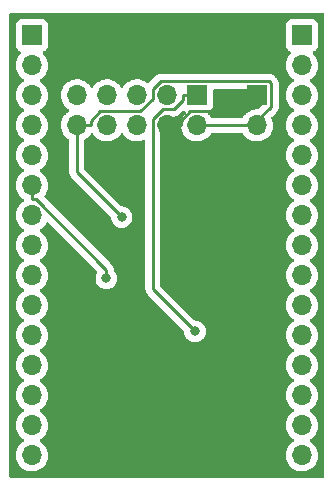
<source format=gbr>
%TF.GenerationSoftware,KiCad,Pcbnew,(6.0.6-0)*%
%TF.CreationDate,2022-10-09T21:23:26+09:00*%
%TF.ProjectId,EPM3032_DEV,45504d33-3033-4325-9f44-45562e6b6963,rev?*%
%TF.SameCoordinates,Original*%
%TF.FileFunction,Copper,L2,Bot*%
%TF.FilePolarity,Positive*%
%FSLAX46Y46*%
G04 Gerber Fmt 4.6, Leading zero omitted, Abs format (unit mm)*
G04 Created by KiCad (PCBNEW (6.0.6-0)) date 2022-10-09 21:23:26*
%MOMM*%
%LPD*%
G01*
G04 APERTURE LIST*
%TA.AperFunction,ComponentPad*%
%ADD10R,1.700000X1.700000*%
%TD*%
%TA.AperFunction,ComponentPad*%
%ADD11O,1.700000X1.700000*%
%TD*%
%TA.AperFunction,ViaPad*%
%ADD12C,0.800000*%
%TD*%
%TA.AperFunction,Conductor*%
%ADD13C,0.250000*%
%TD*%
G04 APERTURE END LIST*
D10*
%TO.P,J2,1,Pin_1*%
%TO.N,VCC*%
X127000000Y-78740000D03*
D11*
%TO.P,J2,2,Pin_2*%
%TO.N,GND*%
X127000000Y-81280000D03*
%TD*%
D10*
%TO.P,J1,1,Pin_1*%
%TO.N,/TCK*%
X121920000Y-78740000D03*
D11*
%TO.P,J1,2,Pin_2*%
%TO.N,GND*%
X121920000Y-81280000D03*
%TO.P,J1,3,Pin_3*%
%TO.N,/TDO*%
X119380000Y-78740000D03*
%TO.P,J1,4,Pin_4*%
%TO.N,VCC*%
X119380000Y-81280000D03*
%TO.P,J1,5,Pin_5*%
%TO.N,/TMS*%
X116840000Y-78740000D03*
%TO.P,J1,6,Pin_6*%
%TO.N,unconnected-(J1-Pad6)*%
X116840000Y-81280000D03*
%TO.P,J1,7,Pin_7*%
%TO.N,unconnected-(J1-Pad7)*%
X114300000Y-78740000D03*
%TO.P,J1,8,Pin_8*%
%TO.N,unconnected-(J1-Pad8)*%
X114300000Y-81280000D03*
%TO.P,J1,9,Pin_9*%
%TO.N,/TDI*%
X111760000Y-78740000D03*
%TO.P,J1,10,Pin_10*%
%TO.N,GND*%
X111760000Y-81280000D03*
%TD*%
D10*
%TO.P,J3,1,Pin_1*%
%TO.N,/P2*%
X107950000Y-73665000D03*
D11*
%TO.P,J3,2,Pin_2*%
%TO.N,/P3*%
X107950000Y-76205000D03*
%TO.P,J3,3,Pin_3*%
%TO.N,/P5*%
X107950000Y-78745000D03*
%TO.P,J3,4,Pin_4*%
%TO.N,/P6*%
X107950000Y-81285000D03*
%TO.P,J3,5,Pin_5*%
%TO.N,/P8*%
X107950000Y-83825000D03*
%TO.P,J3,6,Pin_6*%
%TO.N,/P10*%
X107950000Y-86365000D03*
%TO.P,J3,7,Pin_7*%
%TO.N,/P12*%
X107950000Y-88905000D03*
%TO.P,J3,8,Pin_8*%
%TO.N,/P13*%
X107950000Y-91445000D03*
%TO.P,J3,9,Pin_9*%
%TO.N,/P14*%
X107950000Y-93985000D03*
%TO.P,J3,10,Pin_10*%
%TO.N,/P15*%
X107950000Y-96525000D03*
%TO.P,J3,11,Pin_11*%
%TO.N,/P18*%
X107950000Y-99065000D03*
%TO.P,J3,12,Pin_12*%
%TO.N,/P19*%
X107950000Y-101605000D03*
%TO.P,J3,13,Pin_13*%
%TO.N,/P20*%
X107950000Y-104145000D03*
%TO.P,J3,14,Pin_14*%
%TO.N,/P21*%
X107950000Y-106685000D03*
%TO.P,J3,15,Pin_15*%
%TO.N,/P22*%
X107950000Y-109225000D03*
%TD*%
D10*
%TO.P,J4,1,Pin_1*%
%TO.N,/P44*%
X130810000Y-73665000D03*
D11*
%TO.P,J4,2,Pin_2*%
%TO.N,/P43*%
X130810000Y-76205000D03*
%TO.P,J4,3,Pin_3*%
%TO.N,/P42*%
X130810000Y-78745000D03*
%TO.P,J4,4,Pin_4*%
%TO.N,/P40*%
X130810000Y-81285000D03*
%TO.P,J4,5,Pin_5*%
%TO.N,/P39*%
X130810000Y-83825000D03*
%TO.P,J4,6,Pin_6*%
%TO.N,/P38*%
X130810000Y-86365000D03*
%TO.P,J4,7,Pin_7*%
%TO.N,/P37*%
X130810000Y-88905000D03*
%TO.P,J4,8,Pin_8*%
%TO.N,/P35*%
X130810000Y-91445000D03*
%TO.P,J4,9,Pin_9*%
%TO.N,/P34*%
X130810000Y-93985000D03*
%TO.P,J4,10,Pin_10*%
%TO.N,/P33*%
X130810000Y-96525000D03*
%TO.P,J4,11,Pin_11*%
%TO.N,/P31*%
X130810000Y-99065000D03*
%TO.P,J4,12,Pin_12*%
%TO.N,/P28*%
X130810000Y-101605000D03*
%TO.P,J4,13,Pin_13*%
%TO.N,/P27*%
X130810000Y-104145000D03*
%TO.P,J4,14,Pin_14*%
%TO.N,/P25*%
X130810000Y-106685000D03*
%TO.P,J4,15,Pin_15*%
%TO.N,/P23*%
X130810000Y-109225000D03*
%TD*%
D12*
%TO.N,/P10*%
X114251100Y-94231700D03*
%TO.N,/TCK*%
X121759400Y-98721800D03*
%TO.N,GND*%
X115548000Y-89048600D03*
%TD*%
D13*
%TO.N,/P10*%
X107950000Y-86365000D02*
X107950000Y-87540300D01*
X114251100Y-93519700D02*
X114251100Y-94231700D01*
X108271700Y-87540300D02*
X114251100Y-93519700D01*
X107950000Y-87540300D02*
X108271700Y-87540300D01*
%TO.N,/TCK*%
X118198000Y-95160400D02*
X121759400Y-98721800D01*
X118198000Y-80733800D02*
X118198000Y-95160400D01*
X119016500Y-79915300D02*
X118198000Y-80733800D01*
X119936800Y-79915300D02*
X119016500Y-79915300D01*
X120744700Y-79107400D02*
X119936800Y-79915300D01*
X120744700Y-78740000D02*
X120744700Y-79107400D01*
X121920000Y-78740000D02*
X120744700Y-78740000D01*
%TO.N,GND*%
X111760000Y-81280000D02*
X111760000Y-82455300D01*
X111760000Y-85260600D02*
X115548000Y-89048600D01*
X111760000Y-82455300D02*
X111760000Y-85260600D01*
X121920000Y-81280000D02*
X126585500Y-81280000D01*
X126585500Y-81280000D02*
X127000000Y-81280000D01*
X112935300Y-80912600D02*
X112935300Y-81280000D01*
X113743200Y-80104700D02*
X112935300Y-80912600D01*
X117139500Y-80104700D02*
X113743200Y-80104700D01*
X118198200Y-79046000D02*
X117139500Y-80104700D01*
X118198200Y-78219900D02*
X118198200Y-79046000D01*
X118861300Y-77556800D02*
X118198200Y-78219900D01*
X128025900Y-77556800D02*
X118861300Y-77556800D01*
X128206300Y-77737200D02*
X128025900Y-77556800D01*
X128206300Y-79693800D02*
X128206300Y-77737200D01*
X126620100Y-81280000D02*
X128206300Y-79693800D01*
X126585500Y-81280000D02*
X126620100Y-81280000D01*
X111760000Y-81280000D02*
X112935300Y-81280000D01*
%TO.N,VCC*%
X120555300Y-80912600D02*
X120555300Y-81280000D01*
X121363200Y-80104700D02*
X120555300Y-80912600D01*
X124460000Y-80104700D02*
X121363200Y-80104700D01*
X125824700Y-78740000D02*
X124460000Y-80104700D01*
X127000000Y-78740000D02*
X125824700Y-78740000D01*
X119380000Y-81280000D02*
X120555300Y-81280000D01*
%TD*%
%TA.AperFunction,Conductor*%
%TO.N,VCC*%
G36*
X132657121Y-71775002D02*
G01*
X132703614Y-71828658D01*
X132715000Y-71881000D01*
X132715000Y-110999000D01*
X132694998Y-111067121D01*
X132641342Y-111113614D01*
X132589000Y-111125000D01*
X106171000Y-111125000D01*
X106102879Y-111104998D01*
X106056386Y-111051342D01*
X106045000Y-110999000D01*
X106045000Y-109191695D01*
X106587251Y-109191695D01*
X106587548Y-109196848D01*
X106587548Y-109196851D01*
X106593011Y-109291590D01*
X106600110Y-109414715D01*
X106601247Y-109419761D01*
X106601248Y-109419767D01*
X106621119Y-109507939D01*
X106649222Y-109632639D01*
X106733266Y-109839616D01*
X106849987Y-110030088D01*
X106996250Y-110198938D01*
X107168126Y-110341632D01*
X107361000Y-110454338D01*
X107569692Y-110534030D01*
X107574760Y-110535061D01*
X107574763Y-110535062D01*
X107682017Y-110556883D01*
X107788597Y-110578567D01*
X107793772Y-110578757D01*
X107793774Y-110578757D01*
X108006673Y-110586564D01*
X108006677Y-110586564D01*
X108011837Y-110586753D01*
X108016957Y-110586097D01*
X108016959Y-110586097D01*
X108228288Y-110559025D01*
X108228289Y-110559025D01*
X108233416Y-110558368D01*
X108238366Y-110556883D01*
X108442429Y-110495661D01*
X108442434Y-110495659D01*
X108447384Y-110494174D01*
X108647994Y-110395896D01*
X108829860Y-110266173D01*
X108988096Y-110108489D01*
X109047594Y-110025689D01*
X109115435Y-109931277D01*
X109118453Y-109927077D01*
X109217430Y-109726811D01*
X109282370Y-109513069D01*
X109311529Y-109291590D01*
X109313156Y-109225000D01*
X109310418Y-109191695D01*
X129447251Y-109191695D01*
X129447548Y-109196848D01*
X129447548Y-109196851D01*
X129453011Y-109291590D01*
X129460110Y-109414715D01*
X129461247Y-109419761D01*
X129461248Y-109419767D01*
X129481119Y-109507939D01*
X129509222Y-109632639D01*
X129593266Y-109839616D01*
X129709987Y-110030088D01*
X129856250Y-110198938D01*
X130028126Y-110341632D01*
X130221000Y-110454338D01*
X130429692Y-110534030D01*
X130434760Y-110535061D01*
X130434763Y-110535062D01*
X130542017Y-110556883D01*
X130648597Y-110578567D01*
X130653772Y-110578757D01*
X130653774Y-110578757D01*
X130866673Y-110586564D01*
X130866677Y-110586564D01*
X130871837Y-110586753D01*
X130876957Y-110586097D01*
X130876959Y-110586097D01*
X131088288Y-110559025D01*
X131088289Y-110559025D01*
X131093416Y-110558368D01*
X131098366Y-110556883D01*
X131302429Y-110495661D01*
X131302434Y-110495659D01*
X131307384Y-110494174D01*
X131507994Y-110395896D01*
X131689860Y-110266173D01*
X131848096Y-110108489D01*
X131907594Y-110025689D01*
X131975435Y-109931277D01*
X131978453Y-109927077D01*
X132077430Y-109726811D01*
X132142370Y-109513069D01*
X132171529Y-109291590D01*
X132173156Y-109225000D01*
X132154852Y-109002361D01*
X132100431Y-108785702D01*
X132011354Y-108580840D01*
X131890014Y-108393277D01*
X131739670Y-108228051D01*
X131735619Y-108224852D01*
X131735615Y-108224848D01*
X131568414Y-108092800D01*
X131568410Y-108092798D01*
X131564359Y-108089598D01*
X131523053Y-108066796D01*
X131473084Y-108016364D01*
X131458312Y-107946921D01*
X131483428Y-107880516D01*
X131510780Y-107853909D01*
X131554603Y-107822650D01*
X131689860Y-107726173D01*
X131848096Y-107568489D01*
X131907594Y-107485689D01*
X131975435Y-107391277D01*
X131978453Y-107387077D01*
X132077430Y-107186811D01*
X132142370Y-106973069D01*
X132171529Y-106751590D01*
X132173156Y-106685000D01*
X132154852Y-106462361D01*
X132100431Y-106245702D01*
X132011354Y-106040840D01*
X131890014Y-105853277D01*
X131739670Y-105688051D01*
X131735619Y-105684852D01*
X131735615Y-105684848D01*
X131568414Y-105552800D01*
X131568410Y-105552798D01*
X131564359Y-105549598D01*
X131523053Y-105526796D01*
X131473084Y-105476364D01*
X131458312Y-105406921D01*
X131483428Y-105340516D01*
X131510780Y-105313909D01*
X131554603Y-105282650D01*
X131689860Y-105186173D01*
X131848096Y-105028489D01*
X131907594Y-104945689D01*
X131975435Y-104851277D01*
X131978453Y-104847077D01*
X132077430Y-104646811D01*
X132142370Y-104433069D01*
X132171529Y-104211590D01*
X132173156Y-104145000D01*
X132154852Y-103922361D01*
X132100431Y-103705702D01*
X132011354Y-103500840D01*
X131890014Y-103313277D01*
X131739670Y-103148051D01*
X131735619Y-103144852D01*
X131735615Y-103144848D01*
X131568414Y-103012800D01*
X131568410Y-103012798D01*
X131564359Y-103009598D01*
X131523053Y-102986796D01*
X131473084Y-102936364D01*
X131458312Y-102866921D01*
X131483428Y-102800516D01*
X131510780Y-102773909D01*
X131554603Y-102742650D01*
X131689860Y-102646173D01*
X131848096Y-102488489D01*
X131907594Y-102405689D01*
X131975435Y-102311277D01*
X131978453Y-102307077D01*
X132077430Y-102106811D01*
X132142370Y-101893069D01*
X132171529Y-101671590D01*
X132173156Y-101605000D01*
X132154852Y-101382361D01*
X132100431Y-101165702D01*
X132011354Y-100960840D01*
X131890014Y-100773277D01*
X131739670Y-100608051D01*
X131735619Y-100604852D01*
X131735615Y-100604848D01*
X131568414Y-100472800D01*
X131568410Y-100472798D01*
X131564359Y-100469598D01*
X131523053Y-100446796D01*
X131473084Y-100396364D01*
X131458312Y-100326921D01*
X131483428Y-100260516D01*
X131510780Y-100233909D01*
X131554603Y-100202650D01*
X131689860Y-100106173D01*
X131848096Y-99948489D01*
X131907594Y-99865689D01*
X131975435Y-99771277D01*
X131978453Y-99767077D01*
X132077430Y-99566811D01*
X132142370Y-99353069D01*
X132171529Y-99131590D01*
X132171611Y-99128240D01*
X132173074Y-99068365D01*
X132173074Y-99068361D01*
X132173156Y-99065000D01*
X132154852Y-98842361D01*
X132100431Y-98625702D01*
X132011354Y-98420840D01*
X131890014Y-98233277D01*
X131739670Y-98068051D01*
X131735619Y-98064852D01*
X131735615Y-98064848D01*
X131568414Y-97932800D01*
X131568410Y-97932798D01*
X131564359Y-97929598D01*
X131523053Y-97906796D01*
X131473084Y-97856364D01*
X131458312Y-97786921D01*
X131483428Y-97720516D01*
X131510780Y-97693909D01*
X131554603Y-97662650D01*
X131689860Y-97566173D01*
X131848096Y-97408489D01*
X131907594Y-97325689D01*
X131975435Y-97231277D01*
X131978453Y-97227077D01*
X132077430Y-97026811D01*
X132142370Y-96813069D01*
X132171529Y-96591590D01*
X132173156Y-96525000D01*
X132154852Y-96302361D01*
X132100431Y-96085702D01*
X132011354Y-95880840D01*
X131890014Y-95693277D01*
X131739670Y-95528051D01*
X131735619Y-95524852D01*
X131735615Y-95524848D01*
X131568414Y-95392800D01*
X131568410Y-95392798D01*
X131564359Y-95389598D01*
X131523053Y-95366796D01*
X131473084Y-95316364D01*
X131458312Y-95246921D01*
X131483428Y-95180516D01*
X131510780Y-95153909D01*
X131574811Y-95108236D01*
X131689860Y-95026173D01*
X131697122Y-95018937D01*
X131771209Y-94945107D01*
X131848096Y-94868489D01*
X131907594Y-94785689D01*
X131975435Y-94691277D01*
X131978453Y-94687077D01*
X132077430Y-94486811D01*
X132142370Y-94273069D01*
X132171529Y-94051590D01*
X132173156Y-93985000D01*
X132154852Y-93762361D01*
X132100431Y-93545702D01*
X132011354Y-93340840D01*
X131940239Y-93230913D01*
X131892822Y-93157617D01*
X131892820Y-93157614D01*
X131890014Y-93153277D01*
X131739670Y-92988051D01*
X131735619Y-92984852D01*
X131735615Y-92984848D01*
X131568414Y-92852800D01*
X131568410Y-92852798D01*
X131564359Y-92849598D01*
X131523053Y-92826796D01*
X131473084Y-92776364D01*
X131458312Y-92706921D01*
X131483428Y-92640516D01*
X131510780Y-92613909D01*
X131554603Y-92582650D01*
X131689860Y-92486173D01*
X131848096Y-92328489D01*
X131907594Y-92245689D01*
X131975435Y-92151277D01*
X131978453Y-92147077D01*
X132077430Y-91946811D01*
X132142370Y-91733069D01*
X132171529Y-91511590D01*
X132173156Y-91445000D01*
X132154852Y-91222361D01*
X132100431Y-91005702D01*
X132011354Y-90800840D01*
X131890014Y-90613277D01*
X131739670Y-90448051D01*
X131735619Y-90444852D01*
X131735615Y-90444848D01*
X131568414Y-90312800D01*
X131568410Y-90312798D01*
X131564359Y-90309598D01*
X131523053Y-90286796D01*
X131473084Y-90236364D01*
X131458312Y-90166921D01*
X131483428Y-90100516D01*
X131510780Y-90073909D01*
X131554603Y-90042650D01*
X131689860Y-89946173D01*
X131848096Y-89788489D01*
X131907594Y-89705689D01*
X131975435Y-89611277D01*
X131978453Y-89607077D01*
X132024267Y-89514380D01*
X132075136Y-89411453D01*
X132075137Y-89411451D01*
X132077430Y-89406811D01*
X132126651Y-89244806D01*
X132140865Y-89198023D01*
X132140865Y-89198021D01*
X132142370Y-89193069D01*
X132171529Y-88971590D01*
X132173156Y-88905000D01*
X132154852Y-88682361D01*
X132100431Y-88465702D01*
X132011354Y-88260840D01*
X131890014Y-88073277D01*
X131739670Y-87908051D01*
X131735619Y-87904852D01*
X131735615Y-87904848D01*
X131568414Y-87772800D01*
X131568410Y-87772798D01*
X131564359Y-87769598D01*
X131523053Y-87746796D01*
X131473084Y-87696364D01*
X131458312Y-87626921D01*
X131483428Y-87560516D01*
X131510780Y-87533909D01*
X131554603Y-87502650D01*
X131689860Y-87406173D01*
X131848096Y-87248489D01*
X131907594Y-87165689D01*
X131975435Y-87071277D01*
X131978453Y-87067077D01*
X132077430Y-86866811D01*
X132142370Y-86653069D01*
X132171529Y-86431590D01*
X132173156Y-86365000D01*
X132154852Y-86142361D01*
X132100431Y-85925702D01*
X132011354Y-85720840D01*
X131938867Y-85608792D01*
X131892822Y-85537617D01*
X131892820Y-85537614D01*
X131890014Y-85533277D01*
X131739670Y-85368051D01*
X131735619Y-85364852D01*
X131735615Y-85364848D01*
X131568414Y-85232800D01*
X131568410Y-85232798D01*
X131564359Y-85229598D01*
X131523053Y-85206796D01*
X131473084Y-85156364D01*
X131458312Y-85086921D01*
X131483428Y-85020516D01*
X131510780Y-84993909D01*
X131577939Y-84946005D01*
X131689860Y-84866173D01*
X131848096Y-84708489D01*
X131907594Y-84625689D01*
X131975435Y-84531277D01*
X131978453Y-84527077D01*
X132077430Y-84326811D01*
X132142370Y-84113069D01*
X132171529Y-83891590D01*
X132173156Y-83825000D01*
X132154852Y-83602361D01*
X132100431Y-83385702D01*
X132011354Y-83180840D01*
X131890014Y-82993277D01*
X131739670Y-82828051D01*
X131735619Y-82824852D01*
X131735615Y-82824848D01*
X131568414Y-82692800D01*
X131568410Y-82692798D01*
X131564359Y-82689598D01*
X131523053Y-82666796D01*
X131473084Y-82616364D01*
X131458312Y-82546921D01*
X131483428Y-82480516D01*
X131510780Y-82453909D01*
X131554603Y-82422650D01*
X131689860Y-82326173D01*
X131848096Y-82168489D01*
X131905222Y-82088990D01*
X131975435Y-81991277D01*
X131978453Y-81987077D01*
X132001791Y-81939857D01*
X132075136Y-81791453D01*
X132075137Y-81791451D01*
X132077430Y-81786811D01*
X132142370Y-81573069D01*
X132171529Y-81351590D01*
X132173156Y-81285000D01*
X132154852Y-81062361D01*
X132100431Y-80845702D01*
X132011354Y-80640840D01*
X131944537Y-80537556D01*
X131892822Y-80457617D01*
X131892820Y-80457614D01*
X131890014Y-80453277D01*
X131739670Y-80288051D01*
X131735619Y-80284852D01*
X131735615Y-80284848D01*
X131568414Y-80152800D01*
X131568410Y-80152798D01*
X131564359Y-80149598D01*
X131523053Y-80126796D01*
X131473084Y-80076364D01*
X131458312Y-80006921D01*
X131483428Y-79940516D01*
X131510780Y-79913909D01*
X131569611Y-79871945D01*
X131689860Y-79786173D01*
X131694539Y-79781511D01*
X131818501Y-79657981D01*
X131848096Y-79628489D01*
X131905222Y-79548990D01*
X131975435Y-79451277D01*
X131978453Y-79447077D01*
X132001791Y-79399857D01*
X132075136Y-79251453D01*
X132075137Y-79251451D01*
X132077430Y-79246811D01*
X132142370Y-79033069D01*
X132171529Y-78811590D01*
X132173156Y-78745000D01*
X132154852Y-78522361D01*
X132100431Y-78305702D01*
X132011354Y-78100840D01*
X131890014Y-77913277D01*
X131739670Y-77748051D01*
X131735619Y-77744852D01*
X131735615Y-77744848D01*
X131568414Y-77612800D01*
X131568410Y-77612798D01*
X131564359Y-77609598D01*
X131523053Y-77586796D01*
X131473084Y-77536364D01*
X131458312Y-77466921D01*
X131483428Y-77400516D01*
X131510780Y-77373909D01*
X131580046Y-77324502D01*
X131689860Y-77246173D01*
X131848096Y-77088489D01*
X131874131Y-77052258D01*
X131975435Y-76911277D01*
X131978453Y-76907077D01*
X132077430Y-76706811D01*
X132142370Y-76493069D01*
X132171529Y-76271590D01*
X132173156Y-76205000D01*
X132154852Y-75982361D01*
X132100431Y-75765702D01*
X132011354Y-75560840D01*
X131890014Y-75373277D01*
X131886532Y-75369450D01*
X131742798Y-75211488D01*
X131711746Y-75147642D01*
X131720141Y-75077143D01*
X131765317Y-75022375D01*
X131791761Y-75008706D01*
X131898297Y-74968767D01*
X131906705Y-74965615D01*
X132023261Y-74878261D01*
X132110615Y-74761705D01*
X132161745Y-74625316D01*
X132168500Y-74563134D01*
X132168500Y-72766866D01*
X132161745Y-72704684D01*
X132110615Y-72568295D01*
X132023261Y-72451739D01*
X131906705Y-72364385D01*
X131770316Y-72313255D01*
X131708134Y-72306500D01*
X129911866Y-72306500D01*
X129849684Y-72313255D01*
X129713295Y-72364385D01*
X129596739Y-72451739D01*
X129509385Y-72568295D01*
X129458255Y-72704684D01*
X129451500Y-72766866D01*
X129451500Y-74563134D01*
X129458255Y-74625316D01*
X129509385Y-74761705D01*
X129596739Y-74878261D01*
X129713295Y-74965615D01*
X129721704Y-74968767D01*
X129721705Y-74968768D01*
X129830451Y-75009535D01*
X129887216Y-75052176D01*
X129911916Y-75118738D01*
X129896709Y-75188087D01*
X129877316Y-75214568D01*
X129750629Y-75347138D01*
X129624743Y-75531680D01*
X129530688Y-75734305D01*
X129470989Y-75949570D01*
X129447251Y-76171695D01*
X129447548Y-76176848D01*
X129447548Y-76176851D01*
X129453011Y-76271590D01*
X129460110Y-76394715D01*
X129461247Y-76399761D01*
X129461248Y-76399767D01*
X129481119Y-76487939D01*
X129509222Y-76612639D01*
X129593266Y-76819616D01*
X129595965Y-76824020D01*
X129706280Y-77004038D01*
X129709987Y-77010088D01*
X129856250Y-77178938D01*
X130028126Y-77321632D01*
X130045037Y-77331514D01*
X130101445Y-77364476D01*
X130150169Y-77416114D01*
X130163240Y-77485897D01*
X130136509Y-77551669D01*
X130096055Y-77585027D01*
X130083607Y-77591507D01*
X130079474Y-77594610D01*
X130079471Y-77594612D01*
X129909100Y-77722530D01*
X129904965Y-77725635D01*
X129750629Y-77887138D01*
X129624743Y-78071680D01*
X129530688Y-78274305D01*
X129470989Y-78489570D01*
X129447251Y-78711695D01*
X129447548Y-78716848D01*
X129447548Y-78716851D01*
X129453011Y-78811590D01*
X129460110Y-78934715D01*
X129461247Y-78939761D01*
X129461248Y-78939767D01*
X129481119Y-79027939D01*
X129509222Y-79152639D01*
X129593266Y-79359616D01*
X129637253Y-79431396D01*
X129704227Y-79540688D01*
X129709987Y-79550088D01*
X129856250Y-79718938D01*
X129987974Y-79828297D01*
X130018123Y-79853327D01*
X130028126Y-79861632D01*
X130067743Y-79884782D01*
X130101445Y-79904476D01*
X130150169Y-79956114D01*
X130163240Y-80025897D01*
X130136509Y-80091669D01*
X130096055Y-80125027D01*
X130083607Y-80131507D01*
X130079474Y-80134610D01*
X130079471Y-80134612D01*
X129911624Y-80260635D01*
X129904965Y-80265635D01*
X129750629Y-80427138D01*
X129747715Y-80431410D01*
X129747714Y-80431411D01*
X129669565Y-80545973D01*
X129624743Y-80611680D01*
X129530688Y-80814305D01*
X129470989Y-81029570D01*
X129447251Y-81251695D01*
X129447548Y-81256848D01*
X129447548Y-81256851D01*
X129452914Y-81349908D01*
X129460110Y-81474715D01*
X129461247Y-81479761D01*
X129461248Y-81479767D01*
X129482265Y-81573023D01*
X129509222Y-81692639D01*
X129593266Y-81899616D01*
X129638643Y-81973665D01*
X129704227Y-82080688D01*
X129709987Y-82090088D01*
X129856250Y-82258938D01*
X129931213Y-82321173D01*
X130018123Y-82393327D01*
X130028126Y-82401632D01*
X130080078Y-82431990D01*
X130101445Y-82444476D01*
X130150169Y-82496114D01*
X130163240Y-82565897D01*
X130136509Y-82631669D01*
X130096055Y-82665027D01*
X130083607Y-82671507D01*
X130079474Y-82674610D01*
X130079471Y-82674612D01*
X130055247Y-82692800D01*
X129904965Y-82805635D01*
X129750629Y-82967138D01*
X129624743Y-83151680D01*
X129530688Y-83354305D01*
X129470989Y-83569570D01*
X129447251Y-83791695D01*
X129447548Y-83796848D01*
X129447548Y-83796851D01*
X129453011Y-83891590D01*
X129460110Y-84014715D01*
X129461247Y-84019761D01*
X129461248Y-84019767D01*
X129481119Y-84107939D01*
X129509222Y-84232639D01*
X129593266Y-84439616D01*
X129709987Y-84630088D01*
X129856250Y-84798938D01*
X130028126Y-84941632D01*
X130035610Y-84946005D01*
X130101445Y-84984476D01*
X130150169Y-85036114D01*
X130163240Y-85105897D01*
X130136509Y-85171669D01*
X130096055Y-85205027D01*
X130083607Y-85211507D01*
X130079474Y-85214610D01*
X130079471Y-85214612D01*
X129909100Y-85342530D01*
X129904965Y-85345635D01*
X129841994Y-85411530D01*
X129827431Y-85426770D01*
X129750629Y-85507138D01*
X129624743Y-85691680D01*
X129530688Y-85894305D01*
X129470989Y-86109570D01*
X129447251Y-86331695D01*
X129447548Y-86336848D01*
X129447548Y-86336851D01*
X129453011Y-86431590D01*
X129460110Y-86554715D01*
X129461247Y-86559761D01*
X129461248Y-86559767D01*
X129481119Y-86647939D01*
X129509222Y-86772639D01*
X129593266Y-86979616D01*
X129709987Y-87170088D01*
X129856250Y-87338938D01*
X130028126Y-87481632D01*
X130098595Y-87522811D01*
X130101445Y-87524476D01*
X130150169Y-87576114D01*
X130163240Y-87645897D01*
X130136509Y-87711669D01*
X130096055Y-87745027D01*
X130083607Y-87751507D01*
X130079474Y-87754610D01*
X130079471Y-87754612D01*
X130055247Y-87772800D01*
X129904965Y-87885635D01*
X129750629Y-88047138D01*
X129747715Y-88051410D01*
X129747714Y-88051411D01*
X129700859Y-88120098D01*
X129624743Y-88231680D01*
X129530688Y-88434305D01*
X129470989Y-88649570D01*
X129447251Y-88871695D01*
X129447548Y-88876848D01*
X129447548Y-88876851D01*
X129457451Y-89048600D01*
X129460110Y-89094715D01*
X129461247Y-89099761D01*
X129461248Y-89099767D01*
X129481119Y-89187939D01*
X129509222Y-89312639D01*
X129593266Y-89519616D01*
X129709987Y-89710088D01*
X129856250Y-89878938D01*
X130028126Y-90021632D01*
X130098595Y-90062811D01*
X130101445Y-90064476D01*
X130150169Y-90116114D01*
X130163240Y-90185897D01*
X130136509Y-90251669D01*
X130096055Y-90285027D01*
X130083607Y-90291507D01*
X130079474Y-90294610D01*
X130079471Y-90294612D01*
X130055247Y-90312800D01*
X129904965Y-90425635D01*
X129750629Y-90587138D01*
X129624743Y-90771680D01*
X129530688Y-90974305D01*
X129470989Y-91189570D01*
X129447251Y-91411695D01*
X129447548Y-91416848D01*
X129447548Y-91416851D01*
X129453011Y-91511590D01*
X129460110Y-91634715D01*
X129461247Y-91639761D01*
X129461248Y-91639767D01*
X129481119Y-91727939D01*
X129509222Y-91852639D01*
X129593266Y-92059616D01*
X129709987Y-92250088D01*
X129856250Y-92418938D01*
X130028126Y-92561632D01*
X130098595Y-92602811D01*
X130101445Y-92604476D01*
X130150169Y-92656114D01*
X130163240Y-92725897D01*
X130136509Y-92791669D01*
X130096055Y-92825027D01*
X130083607Y-92831507D01*
X130079474Y-92834610D01*
X130079471Y-92834612D01*
X130055247Y-92852800D01*
X129904965Y-92965635D01*
X129901393Y-92969373D01*
X129777535Y-93098983D01*
X129750629Y-93127138D01*
X129747715Y-93131410D01*
X129747714Y-93131411D01*
X129673550Y-93240132D01*
X129624743Y-93311680D01*
X129601895Y-93360903D01*
X129533734Y-93507744D01*
X129530688Y-93514305D01*
X129470989Y-93729570D01*
X129447251Y-93951695D01*
X129447548Y-93956848D01*
X129447548Y-93956851D01*
X129452823Y-94048335D01*
X129460110Y-94174715D01*
X129461247Y-94179761D01*
X129461248Y-94179767D01*
X129472952Y-94231700D01*
X129509222Y-94392639D01*
X129593266Y-94599616D01*
X129595965Y-94604020D01*
X129699854Y-94773552D01*
X129709987Y-94790088D01*
X129856250Y-94958938D01*
X129932846Y-95022529D01*
X130018323Y-95093493D01*
X130028126Y-95101632D01*
X130098595Y-95142811D01*
X130101445Y-95144476D01*
X130150169Y-95196114D01*
X130163240Y-95265897D01*
X130136509Y-95331669D01*
X130096055Y-95365027D01*
X130083607Y-95371507D01*
X130079474Y-95374610D01*
X130079471Y-95374612D01*
X129909100Y-95502530D01*
X129904965Y-95505635D01*
X129840497Y-95573097D01*
X129782595Y-95633688D01*
X129750629Y-95667138D01*
X129624743Y-95851680D01*
X129530688Y-96054305D01*
X129470989Y-96269570D01*
X129447251Y-96491695D01*
X129447548Y-96496848D01*
X129447548Y-96496851D01*
X129453011Y-96591590D01*
X129460110Y-96714715D01*
X129461247Y-96719761D01*
X129461248Y-96719767D01*
X129481119Y-96807939D01*
X129509222Y-96932639D01*
X129593266Y-97139616D01*
X129709987Y-97330088D01*
X129856250Y-97498938D01*
X130028126Y-97641632D01*
X130098595Y-97682811D01*
X130101445Y-97684476D01*
X130150169Y-97736114D01*
X130163240Y-97805897D01*
X130136509Y-97871669D01*
X130096055Y-97905027D01*
X130083607Y-97911507D01*
X130079474Y-97914610D01*
X130079471Y-97914612D01*
X130058068Y-97930682D01*
X129904965Y-98045635D01*
X129750629Y-98207138D01*
X129624743Y-98391680D01*
X129530688Y-98594305D01*
X129470989Y-98809570D01*
X129447251Y-99031695D01*
X129447548Y-99036848D01*
X129447548Y-99036851D01*
X129453011Y-99131590D01*
X129460110Y-99254715D01*
X129461247Y-99259761D01*
X129461248Y-99259767D01*
X129462124Y-99263652D01*
X129509222Y-99472639D01*
X129593266Y-99679616D01*
X129709987Y-99870088D01*
X129856250Y-100038938D01*
X130028126Y-100181632D01*
X130098595Y-100222811D01*
X130101445Y-100224476D01*
X130150169Y-100276114D01*
X130163240Y-100345897D01*
X130136509Y-100411669D01*
X130096055Y-100445027D01*
X130083607Y-100451507D01*
X130079474Y-100454610D01*
X130079471Y-100454612D01*
X130055247Y-100472800D01*
X129904965Y-100585635D01*
X129750629Y-100747138D01*
X129624743Y-100931680D01*
X129530688Y-101134305D01*
X129470989Y-101349570D01*
X129447251Y-101571695D01*
X129447548Y-101576848D01*
X129447548Y-101576851D01*
X129453011Y-101671590D01*
X129460110Y-101794715D01*
X129461247Y-101799761D01*
X129461248Y-101799767D01*
X129481119Y-101887939D01*
X129509222Y-102012639D01*
X129593266Y-102219616D01*
X129709987Y-102410088D01*
X129856250Y-102578938D01*
X130028126Y-102721632D01*
X130098595Y-102762811D01*
X130101445Y-102764476D01*
X130150169Y-102816114D01*
X130163240Y-102885897D01*
X130136509Y-102951669D01*
X130096055Y-102985027D01*
X130083607Y-102991507D01*
X130079474Y-102994610D01*
X130079471Y-102994612D01*
X130055247Y-103012800D01*
X129904965Y-103125635D01*
X129750629Y-103287138D01*
X129624743Y-103471680D01*
X129530688Y-103674305D01*
X129470989Y-103889570D01*
X129447251Y-104111695D01*
X129447548Y-104116848D01*
X129447548Y-104116851D01*
X129453011Y-104211590D01*
X129460110Y-104334715D01*
X129461247Y-104339761D01*
X129461248Y-104339767D01*
X129481119Y-104427939D01*
X129509222Y-104552639D01*
X129593266Y-104759616D01*
X129709987Y-104950088D01*
X129856250Y-105118938D01*
X130028126Y-105261632D01*
X130098595Y-105302811D01*
X130101445Y-105304476D01*
X130150169Y-105356114D01*
X130163240Y-105425897D01*
X130136509Y-105491669D01*
X130096055Y-105525027D01*
X130083607Y-105531507D01*
X130079474Y-105534610D01*
X130079471Y-105534612D01*
X130055247Y-105552800D01*
X129904965Y-105665635D01*
X129750629Y-105827138D01*
X129624743Y-106011680D01*
X129530688Y-106214305D01*
X129470989Y-106429570D01*
X129447251Y-106651695D01*
X129447548Y-106656848D01*
X129447548Y-106656851D01*
X129453011Y-106751590D01*
X129460110Y-106874715D01*
X129461247Y-106879761D01*
X129461248Y-106879767D01*
X129481119Y-106967939D01*
X129509222Y-107092639D01*
X129593266Y-107299616D01*
X129709987Y-107490088D01*
X129856250Y-107658938D01*
X130028126Y-107801632D01*
X130098595Y-107842811D01*
X130101445Y-107844476D01*
X130150169Y-107896114D01*
X130163240Y-107965897D01*
X130136509Y-108031669D01*
X130096055Y-108065027D01*
X130083607Y-108071507D01*
X130079474Y-108074610D01*
X130079471Y-108074612D01*
X130055247Y-108092800D01*
X129904965Y-108205635D01*
X129750629Y-108367138D01*
X129624743Y-108551680D01*
X129530688Y-108754305D01*
X129470989Y-108969570D01*
X129447251Y-109191695D01*
X109310418Y-109191695D01*
X109294852Y-109002361D01*
X109240431Y-108785702D01*
X109151354Y-108580840D01*
X109030014Y-108393277D01*
X108879670Y-108228051D01*
X108875619Y-108224852D01*
X108875615Y-108224848D01*
X108708414Y-108092800D01*
X108708410Y-108092798D01*
X108704359Y-108089598D01*
X108663053Y-108066796D01*
X108613084Y-108016364D01*
X108598312Y-107946921D01*
X108623428Y-107880516D01*
X108650780Y-107853909D01*
X108694603Y-107822650D01*
X108829860Y-107726173D01*
X108988096Y-107568489D01*
X109047594Y-107485689D01*
X109115435Y-107391277D01*
X109118453Y-107387077D01*
X109217430Y-107186811D01*
X109282370Y-106973069D01*
X109311529Y-106751590D01*
X109313156Y-106685000D01*
X109294852Y-106462361D01*
X109240431Y-106245702D01*
X109151354Y-106040840D01*
X109030014Y-105853277D01*
X108879670Y-105688051D01*
X108875619Y-105684852D01*
X108875615Y-105684848D01*
X108708414Y-105552800D01*
X108708410Y-105552798D01*
X108704359Y-105549598D01*
X108663053Y-105526796D01*
X108613084Y-105476364D01*
X108598312Y-105406921D01*
X108623428Y-105340516D01*
X108650780Y-105313909D01*
X108694603Y-105282650D01*
X108829860Y-105186173D01*
X108988096Y-105028489D01*
X109047594Y-104945689D01*
X109115435Y-104851277D01*
X109118453Y-104847077D01*
X109217430Y-104646811D01*
X109282370Y-104433069D01*
X109311529Y-104211590D01*
X109313156Y-104145000D01*
X109294852Y-103922361D01*
X109240431Y-103705702D01*
X109151354Y-103500840D01*
X109030014Y-103313277D01*
X108879670Y-103148051D01*
X108875619Y-103144852D01*
X108875615Y-103144848D01*
X108708414Y-103012800D01*
X108708410Y-103012798D01*
X108704359Y-103009598D01*
X108663053Y-102986796D01*
X108613084Y-102936364D01*
X108598312Y-102866921D01*
X108623428Y-102800516D01*
X108650780Y-102773909D01*
X108694603Y-102742650D01*
X108829860Y-102646173D01*
X108988096Y-102488489D01*
X109047594Y-102405689D01*
X109115435Y-102311277D01*
X109118453Y-102307077D01*
X109217430Y-102106811D01*
X109282370Y-101893069D01*
X109311529Y-101671590D01*
X109313156Y-101605000D01*
X109294852Y-101382361D01*
X109240431Y-101165702D01*
X109151354Y-100960840D01*
X109030014Y-100773277D01*
X108879670Y-100608051D01*
X108875619Y-100604852D01*
X108875615Y-100604848D01*
X108708414Y-100472800D01*
X108708410Y-100472798D01*
X108704359Y-100469598D01*
X108663053Y-100446796D01*
X108613084Y-100396364D01*
X108598312Y-100326921D01*
X108623428Y-100260516D01*
X108650780Y-100233909D01*
X108694603Y-100202650D01*
X108829860Y-100106173D01*
X108988096Y-99948489D01*
X109047594Y-99865689D01*
X109115435Y-99771277D01*
X109118453Y-99767077D01*
X109217430Y-99566811D01*
X109282370Y-99353069D01*
X109311529Y-99131590D01*
X109311611Y-99128240D01*
X109313074Y-99068365D01*
X109313074Y-99068361D01*
X109313156Y-99065000D01*
X109294852Y-98842361D01*
X109240431Y-98625702D01*
X109151354Y-98420840D01*
X109030014Y-98233277D01*
X108879670Y-98068051D01*
X108875619Y-98064852D01*
X108875615Y-98064848D01*
X108708414Y-97932800D01*
X108708410Y-97932798D01*
X108704359Y-97929598D01*
X108663053Y-97906796D01*
X108613084Y-97856364D01*
X108598312Y-97786921D01*
X108623428Y-97720516D01*
X108650780Y-97693909D01*
X108694603Y-97662650D01*
X108829860Y-97566173D01*
X108988096Y-97408489D01*
X109047594Y-97325689D01*
X109115435Y-97231277D01*
X109118453Y-97227077D01*
X109217430Y-97026811D01*
X109282370Y-96813069D01*
X109311529Y-96591590D01*
X109313156Y-96525000D01*
X109294852Y-96302361D01*
X109240431Y-96085702D01*
X109151354Y-95880840D01*
X109030014Y-95693277D01*
X108879670Y-95528051D01*
X108875619Y-95524852D01*
X108875615Y-95524848D01*
X108708414Y-95392800D01*
X108708410Y-95392798D01*
X108704359Y-95389598D01*
X108663053Y-95366796D01*
X108613084Y-95316364D01*
X108598312Y-95246921D01*
X108623428Y-95180516D01*
X108650780Y-95153909D01*
X108714811Y-95108236D01*
X108829860Y-95026173D01*
X108837122Y-95018937D01*
X108911209Y-94945107D01*
X108988096Y-94868489D01*
X109047594Y-94785689D01*
X109115435Y-94691277D01*
X109118453Y-94687077D01*
X109217430Y-94486811D01*
X109282370Y-94273069D01*
X109311529Y-94051590D01*
X109313156Y-93985000D01*
X109294852Y-93762361D01*
X109240431Y-93545702D01*
X109151354Y-93340840D01*
X109080239Y-93230913D01*
X109032822Y-93157617D01*
X109032820Y-93157614D01*
X109030014Y-93153277D01*
X108879670Y-92988051D01*
X108875619Y-92984852D01*
X108875615Y-92984848D01*
X108708414Y-92852800D01*
X108708410Y-92852798D01*
X108704359Y-92849598D01*
X108663053Y-92826796D01*
X108613084Y-92776364D01*
X108598312Y-92706921D01*
X108623428Y-92640516D01*
X108650780Y-92613909D01*
X108694603Y-92582650D01*
X108829860Y-92486173D01*
X108988096Y-92328489D01*
X109047594Y-92245689D01*
X109115435Y-92151277D01*
X109118453Y-92147077D01*
X109217430Y-91946811D01*
X109282370Y-91733069D01*
X109311529Y-91511590D01*
X109313156Y-91445000D01*
X109294852Y-91222361D01*
X109240431Y-91005702D01*
X109151354Y-90800840D01*
X109030014Y-90613277D01*
X108879670Y-90448051D01*
X108875619Y-90444852D01*
X108875615Y-90444848D01*
X108708414Y-90312800D01*
X108708410Y-90312798D01*
X108704359Y-90309598D01*
X108663053Y-90286796D01*
X108613084Y-90236364D01*
X108598312Y-90166921D01*
X108623428Y-90100516D01*
X108650780Y-90073909D01*
X108694603Y-90042650D01*
X108829860Y-89946173D01*
X108988096Y-89788489D01*
X109047594Y-89705689D01*
X109115435Y-89611277D01*
X109118453Y-89607077D01*
X109147825Y-89547647D01*
X109195937Y-89495442D01*
X109264638Y-89477534D01*
X109332114Y-89499612D01*
X109349876Y-89514380D01*
X113450353Y-93614857D01*
X113484379Y-93677169D01*
X113479314Y-93747984D01*
X113470377Y-93766952D01*
X113470048Y-93767522D01*
X113416573Y-93860144D01*
X113357558Y-94041772D01*
X113337596Y-94231700D01*
X113357558Y-94421628D01*
X113416573Y-94603256D01*
X113512060Y-94768644D01*
X113516478Y-94773551D01*
X113516479Y-94773552D01*
X113581536Y-94845805D01*
X113639847Y-94910566D01*
X113794348Y-95022818D01*
X113800376Y-95025502D01*
X113800378Y-95025503D01*
X113953087Y-95093493D01*
X113968812Y-95100494D01*
X114062213Y-95120347D01*
X114149156Y-95138828D01*
X114149161Y-95138828D01*
X114155613Y-95140200D01*
X114346587Y-95140200D01*
X114353039Y-95138828D01*
X114353044Y-95138828D01*
X114439987Y-95120347D01*
X114533388Y-95100494D01*
X114549113Y-95093493D01*
X114701822Y-95025503D01*
X114701824Y-95025502D01*
X114707852Y-95022818D01*
X114862353Y-94910566D01*
X114920664Y-94845805D01*
X114985721Y-94773552D01*
X114985722Y-94773551D01*
X114990140Y-94768644D01*
X115085627Y-94603256D01*
X115144642Y-94421628D01*
X115164604Y-94231700D01*
X115144642Y-94041772D01*
X115085627Y-93860144D01*
X115031823Y-93766952D01*
X114993443Y-93700477D01*
X114990140Y-93694756D01*
X114985720Y-93689847D01*
X114985717Y-93689843D01*
X114917662Y-93614260D01*
X114886944Y-93550253D01*
X114885360Y-93533909D01*
X114884662Y-93511703D01*
X114884600Y-93507744D01*
X114884600Y-93479844D01*
X114884096Y-93475853D01*
X114883163Y-93464011D01*
X114882023Y-93427736D01*
X114881774Y-93419811D01*
X114876121Y-93400352D01*
X114872112Y-93380993D01*
X114871946Y-93379683D01*
X114869574Y-93360903D01*
X114866658Y-93353537D01*
X114866656Y-93353531D01*
X114853300Y-93319798D01*
X114849455Y-93308568D01*
X114839330Y-93273717D01*
X114839330Y-93273716D01*
X114837119Y-93266107D01*
X114826805Y-93248666D01*
X114818108Y-93230913D01*
X114813572Y-93219458D01*
X114810652Y-93212083D01*
X114784663Y-93176312D01*
X114778147Y-93166392D01*
X114755642Y-93128338D01*
X114741321Y-93114017D01*
X114728480Y-93098983D01*
X114721231Y-93089006D01*
X114716572Y-93082593D01*
X114682495Y-93054402D01*
X114673716Y-93046412D01*
X109016833Y-87389528D01*
X108982807Y-87327216D01*
X108987872Y-87256401D01*
X109003605Y-87226907D01*
X109115435Y-87071277D01*
X109118453Y-87067077D01*
X109217430Y-86866811D01*
X109282370Y-86653069D01*
X109311529Y-86431590D01*
X109313156Y-86365000D01*
X109294852Y-86142361D01*
X109240431Y-85925702D01*
X109151354Y-85720840D01*
X109078867Y-85608792D01*
X109032822Y-85537617D01*
X109032820Y-85537614D01*
X109030014Y-85533277D01*
X108879670Y-85368051D01*
X108875619Y-85364852D01*
X108875615Y-85364848D01*
X108708414Y-85232800D01*
X108708410Y-85232798D01*
X108704359Y-85229598D01*
X108663053Y-85206796D01*
X108613084Y-85156364D01*
X108598312Y-85086921D01*
X108623428Y-85020516D01*
X108650780Y-84993909D01*
X108717939Y-84946005D01*
X108829860Y-84866173D01*
X108988096Y-84708489D01*
X109047594Y-84625689D01*
X109115435Y-84531277D01*
X109118453Y-84527077D01*
X109217430Y-84326811D01*
X109282370Y-84113069D01*
X109311529Y-83891590D01*
X109313156Y-83825000D01*
X109294852Y-83602361D01*
X109240431Y-83385702D01*
X109151354Y-83180840D01*
X109030014Y-82993277D01*
X108879670Y-82828051D01*
X108875619Y-82824852D01*
X108875615Y-82824848D01*
X108708414Y-82692800D01*
X108708410Y-82692798D01*
X108704359Y-82689598D01*
X108663053Y-82666796D01*
X108613084Y-82616364D01*
X108598312Y-82546921D01*
X108623428Y-82480516D01*
X108650780Y-82453909D01*
X108694603Y-82422650D01*
X108829860Y-82326173D01*
X108988096Y-82168489D01*
X109045222Y-82088990D01*
X109115435Y-81991277D01*
X109118453Y-81987077D01*
X109141791Y-81939857D01*
X109215136Y-81791453D01*
X109215137Y-81791451D01*
X109217430Y-81786811D01*
X109282370Y-81573069D01*
X109311529Y-81351590D01*
X109313156Y-81285000D01*
X109310007Y-81246695D01*
X110397251Y-81246695D01*
X110397548Y-81251848D01*
X110397548Y-81251851D01*
X110403011Y-81346590D01*
X110410110Y-81469715D01*
X110411247Y-81474761D01*
X110411248Y-81474767D01*
X110412375Y-81479767D01*
X110459222Y-81687639D01*
X110543266Y-81894616D01*
X110591707Y-81973665D01*
X110657291Y-82080688D01*
X110659987Y-82085088D01*
X110806250Y-82253938D01*
X110978126Y-82396632D01*
X111060002Y-82444476D01*
X111064070Y-82446853D01*
X111112794Y-82498491D01*
X111126500Y-82555641D01*
X111126500Y-85181833D01*
X111125973Y-85193016D01*
X111124298Y-85200509D01*
X111124547Y-85208435D01*
X111124547Y-85208436D01*
X111126438Y-85268586D01*
X111126500Y-85272545D01*
X111126500Y-85300456D01*
X111126997Y-85304390D01*
X111126997Y-85304391D01*
X111127005Y-85304456D01*
X111127938Y-85316293D01*
X111129327Y-85360489D01*
X111134978Y-85379939D01*
X111138987Y-85399300D01*
X111141526Y-85419397D01*
X111144445Y-85426768D01*
X111144445Y-85426770D01*
X111157804Y-85460512D01*
X111161649Y-85471742D01*
X111173982Y-85514193D01*
X111178015Y-85521012D01*
X111178017Y-85521017D01*
X111184293Y-85531628D01*
X111192988Y-85549376D01*
X111200448Y-85568217D01*
X111205110Y-85574633D01*
X111205110Y-85574634D01*
X111226436Y-85603987D01*
X111232952Y-85613907D01*
X111255458Y-85651962D01*
X111269779Y-85666283D01*
X111282619Y-85681316D01*
X111294528Y-85697707D01*
X111300634Y-85702758D01*
X111328605Y-85725898D01*
X111337384Y-85733888D01*
X114600878Y-88997383D01*
X114634904Y-89059695D01*
X114637093Y-89073306D01*
X114654458Y-89238528D01*
X114713473Y-89420156D01*
X114808960Y-89585544D01*
X114936747Y-89727466D01*
X115091248Y-89839718D01*
X115097276Y-89842402D01*
X115097278Y-89842403D01*
X115186754Y-89882240D01*
X115265712Y-89917394D01*
X115359113Y-89937247D01*
X115446056Y-89955728D01*
X115446061Y-89955728D01*
X115452513Y-89957100D01*
X115643487Y-89957100D01*
X115649939Y-89955728D01*
X115649944Y-89955728D01*
X115736887Y-89937247D01*
X115830288Y-89917394D01*
X115909246Y-89882240D01*
X115998722Y-89842403D01*
X115998724Y-89842402D01*
X116004752Y-89839718D01*
X116159253Y-89727466D01*
X116287040Y-89585544D01*
X116382527Y-89420156D01*
X116441542Y-89238528D01*
X116461504Y-89048600D01*
X116441542Y-88858672D01*
X116382527Y-88677044D01*
X116363789Y-88644588D01*
X116290341Y-88517374D01*
X116287040Y-88511656D01*
X116159253Y-88369734D01*
X116004752Y-88257482D01*
X115998724Y-88254798D01*
X115998722Y-88254797D01*
X115836319Y-88182491D01*
X115836318Y-88182491D01*
X115830288Y-88179806D01*
X115736888Y-88159953D01*
X115649944Y-88141472D01*
X115649939Y-88141472D01*
X115643487Y-88140100D01*
X115587594Y-88140100D01*
X115519473Y-88120098D01*
X115498499Y-88103195D01*
X112430405Y-85035100D01*
X112396379Y-84972788D01*
X112393500Y-84946005D01*
X112393500Y-82560427D01*
X112413502Y-82492306D01*
X112454618Y-82452550D01*
X112457994Y-82450896D01*
X112639860Y-82321173D01*
X112798096Y-82163489D01*
X112857594Y-82080689D01*
X112928453Y-81982077D01*
X112929776Y-81983028D01*
X112976645Y-81939857D01*
X113046580Y-81927625D01*
X113112026Y-81955144D01*
X113139875Y-81986994D01*
X113199987Y-82085088D01*
X113346250Y-82253938D01*
X113518126Y-82396632D01*
X113711000Y-82509338D01*
X113715825Y-82511180D01*
X113715826Y-82511181D01*
X113725269Y-82514787D01*
X113919692Y-82589030D01*
X113924760Y-82590061D01*
X113924763Y-82590062D01*
X114032017Y-82611883D01*
X114138597Y-82633567D01*
X114143772Y-82633757D01*
X114143774Y-82633757D01*
X114356673Y-82641564D01*
X114356677Y-82641564D01*
X114361837Y-82641753D01*
X114366957Y-82641097D01*
X114366959Y-82641097D01*
X114578288Y-82614025D01*
X114578289Y-82614025D01*
X114583416Y-82613368D01*
X114588366Y-82611883D01*
X114792429Y-82550661D01*
X114792434Y-82550659D01*
X114797384Y-82549174D01*
X114997994Y-82450896D01*
X115179860Y-82321173D01*
X115338096Y-82163489D01*
X115397594Y-82080689D01*
X115468453Y-81982077D01*
X115469776Y-81983028D01*
X115516645Y-81939857D01*
X115586580Y-81927625D01*
X115652026Y-81955144D01*
X115679875Y-81986994D01*
X115739987Y-82085088D01*
X115886250Y-82253938D01*
X116058126Y-82396632D01*
X116251000Y-82509338D01*
X116255825Y-82511180D01*
X116255826Y-82511181D01*
X116265269Y-82514787D01*
X116459692Y-82589030D01*
X116464760Y-82590061D01*
X116464763Y-82590062D01*
X116572017Y-82611883D01*
X116678597Y-82633567D01*
X116683772Y-82633757D01*
X116683774Y-82633757D01*
X116896673Y-82641564D01*
X116896677Y-82641564D01*
X116901837Y-82641753D01*
X116906957Y-82641097D01*
X116906959Y-82641097D01*
X117118288Y-82614025D01*
X117118289Y-82614025D01*
X117123416Y-82613368D01*
X117128366Y-82611883D01*
X117332429Y-82550661D01*
X117332434Y-82550659D01*
X117337384Y-82549174D01*
X117383070Y-82526793D01*
X117453042Y-82514787D01*
X117518399Y-82542518D01*
X117558389Y-82601181D01*
X117564500Y-82639945D01*
X117564500Y-95081633D01*
X117563973Y-95092816D01*
X117562298Y-95100309D01*
X117562547Y-95108235D01*
X117562547Y-95108236D01*
X117564438Y-95168386D01*
X117564500Y-95172345D01*
X117564500Y-95200256D01*
X117564997Y-95204190D01*
X117564997Y-95204191D01*
X117565005Y-95204256D01*
X117565938Y-95216093D01*
X117567327Y-95260289D01*
X117572978Y-95279739D01*
X117576987Y-95299100D01*
X117579526Y-95319197D01*
X117582445Y-95326568D01*
X117582445Y-95326570D01*
X117595804Y-95360312D01*
X117599649Y-95371542D01*
X117611982Y-95413993D01*
X117616015Y-95420812D01*
X117616017Y-95420817D01*
X117622293Y-95431428D01*
X117630988Y-95449176D01*
X117638448Y-95468017D01*
X117643110Y-95474433D01*
X117643110Y-95474434D01*
X117664436Y-95503787D01*
X117670952Y-95513707D01*
X117681694Y-95531870D01*
X117693458Y-95551762D01*
X117707779Y-95566083D01*
X117720619Y-95581116D01*
X117732528Y-95597507D01*
X117738634Y-95602558D01*
X117766605Y-95625698D01*
X117775384Y-95633688D01*
X120812278Y-98670582D01*
X120846304Y-98732894D01*
X120848492Y-98746503D01*
X120865858Y-98911728D01*
X120924873Y-99093356D01*
X121020360Y-99258744D01*
X121024778Y-99263651D01*
X121024779Y-99263652D01*
X121109751Y-99358023D01*
X121148147Y-99400666D01*
X121302648Y-99512918D01*
X121308676Y-99515602D01*
X121308678Y-99515603D01*
X121412567Y-99561857D01*
X121477112Y-99590594D01*
X121570512Y-99610447D01*
X121657456Y-99628928D01*
X121657461Y-99628928D01*
X121663913Y-99630300D01*
X121854887Y-99630300D01*
X121861339Y-99628928D01*
X121861344Y-99628928D01*
X121948288Y-99610447D01*
X122041688Y-99590594D01*
X122106233Y-99561857D01*
X122210122Y-99515603D01*
X122210124Y-99515602D01*
X122216152Y-99512918D01*
X122370653Y-99400666D01*
X122409049Y-99358023D01*
X122494021Y-99263652D01*
X122494022Y-99263651D01*
X122498440Y-99258744D01*
X122593927Y-99093356D01*
X122652942Y-98911728D01*
X122672904Y-98721800D01*
X122659504Y-98594305D01*
X122653632Y-98538435D01*
X122653632Y-98538433D01*
X122652942Y-98531872D01*
X122593927Y-98350244D01*
X122498440Y-98184856D01*
X122393269Y-98068051D01*
X122375075Y-98047845D01*
X122375074Y-98047844D01*
X122370653Y-98042934D01*
X122216152Y-97930682D01*
X122210124Y-97927998D01*
X122210122Y-97927997D01*
X122047719Y-97855691D01*
X122047718Y-97855691D01*
X122041688Y-97853006D01*
X121948287Y-97833153D01*
X121861344Y-97814672D01*
X121861339Y-97814672D01*
X121854887Y-97813300D01*
X121798995Y-97813300D01*
X121730874Y-97793298D01*
X121709900Y-97776395D01*
X118868405Y-94934900D01*
X118834379Y-94872588D01*
X118831500Y-94845805D01*
X118831500Y-81048395D01*
X118851502Y-80980274D01*
X118868405Y-80959299D01*
X119242001Y-80585704D01*
X119304313Y-80551679D01*
X119331096Y-80548800D01*
X119858033Y-80548800D01*
X119869216Y-80549327D01*
X119876709Y-80551002D01*
X119884635Y-80550753D01*
X119884636Y-80550753D01*
X119944786Y-80548862D01*
X119948745Y-80548800D01*
X119976656Y-80548800D01*
X119980591Y-80548303D01*
X119980656Y-80548295D01*
X119992493Y-80547362D01*
X120024751Y-80546348D01*
X120028770Y-80546222D01*
X120036689Y-80545973D01*
X120056143Y-80540321D01*
X120075500Y-80536313D01*
X120087730Y-80534768D01*
X120087731Y-80534768D01*
X120095597Y-80533774D01*
X120102968Y-80530855D01*
X120102970Y-80530855D01*
X120136712Y-80517496D01*
X120147942Y-80513651D01*
X120182783Y-80503529D01*
X120182784Y-80503529D01*
X120190393Y-80501318D01*
X120197212Y-80497285D01*
X120197217Y-80497283D01*
X120207828Y-80491007D01*
X120225576Y-80482312D01*
X120244417Y-80474852D01*
X120280187Y-80448864D01*
X120290107Y-80442348D01*
X120321335Y-80423880D01*
X120321338Y-80423878D01*
X120328162Y-80419842D01*
X120342483Y-80405521D01*
X120357517Y-80392680D01*
X120367494Y-80385431D01*
X120373907Y-80380772D01*
X120402098Y-80346695D01*
X120410088Y-80337916D01*
X120682559Y-80065445D01*
X120744871Y-80031419D01*
X120815686Y-80036484D01*
X120821065Y-80038944D01*
X120823295Y-80040615D01*
X120831200Y-80043578D01*
X120831199Y-80043578D01*
X120940451Y-80084535D01*
X120997216Y-80127176D01*
X121021916Y-80193738D01*
X121006709Y-80263087D01*
X120987316Y-80289568D01*
X120876509Y-80405521D01*
X120860629Y-80422138D01*
X120857715Y-80426410D01*
X120857714Y-80426411D01*
X120775985Y-80546222D01*
X120734743Y-80606680D01*
X120640688Y-80809305D01*
X120580989Y-81024570D01*
X120557251Y-81246695D01*
X120557548Y-81251848D01*
X120557548Y-81251851D01*
X120563011Y-81346590D01*
X120570110Y-81469715D01*
X120571247Y-81474761D01*
X120571248Y-81474767D01*
X120572375Y-81479767D01*
X120619222Y-81687639D01*
X120703266Y-81894616D01*
X120751707Y-81973665D01*
X120817291Y-82080688D01*
X120819987Y-82085088D01*
X120966250Y-82253938D01*
X121138126Y-82396632D01*
X121331000Y-82509338D01*
X121335825Y-82511180D01*
X121335826Y-82511181D01*
X121345269Y-82514787D01*
X121539692Y-82589030D01*
X121544760Y-82590061D01*
X121544763Y-82590062D01*
X121652017Y-82611883D01*
X121758597Y-82633567D01*
X121763772Y-82633757D01*
X121763774Y-82633757D01*
X121976673Y-82641564D01*
X121976677Y-82641564D01*
X121981837Y-82641753D01*
X121986957Y-82641097D01*
X121986959Y-82641097D01*
X122198288Y-82614025D01*
X122198289Y-82614025D01*
X122203416Y-82613368D01*
X122208366Y-82611883D01*
X122412429Y-82550661D01*
X122412434Y-82550659D01*
X122417384Y-82549174D01*
X122617994Y-82450896D01*
X122799860Y-82321173D01*
X122958096Y-82163489D01*
X123017594Y-82080689D01*
X123085435Y-81986277D01*
X123088453Y-81982077D01*
X123090746Y-81977437D01*
X123092446Y-81974608D01*
X123144674Y-81926518D01*
X123200451Y-81913500D01*
X125724274Y-81913500D01*
X125792395Y-81933502D01*
X125831707Y-81973665D01*
X125899987Y-82085088D01*
X126046250Y-82253938D01*
X126218126Y-82396632D01*
X126411000Y-82509338D01*
X126415825Y-82511180D01*
X126415826Y-82511181D01*
X126425269Y-82514787D01*
X126619692Y-82589030D01*
X126624760Y-82590061D01*
X126624763Y-82590062D01*
X126732017Y-82611883D01*
X126838597Y-82633567D01*
X126843772Y-82633757D01*
X126843774Y-82633757D01*
X127056673Y-82641564D01*
X127056677Y-82641564D01*
X127061837Y-82641753D01*
X127066957Y-82641097D01*
X127066959Y-82641097D01*
X127278288Y-82614025D01*
X127278289Y-82614025D01*
X127283416Y-82613368D01*
X127288366Y-82611883D01*
X127492429Y-82550661D01*
X127492434Y-82550659D01*
X127497384Y-82549174D01*
X127697994Y-82450896D01*
X127879860Y-82321173D01*
X128038096Y-82163489D01*
X128097594Y-82080689D01*
X128165435Y-81986277D01*
X128168453Y-81982077D01*
X128172145Y-81974608D01*
X128265136Y-81786453D01*
X128265137Y-81786451D01*
X128267430Y-81781811D01*
X128332370Y-81568069D01*
X128361529Y-81346590D01*
X128363156Y-81280000D01*
X128344852Y-81057361D01*
X128290431Y-80840702D01*
X128223080Y-80685806D01*
X128214260Y-80615360D01*
X128249535Y-80546469D01*
X128598547Y-80197457D01*
X128606837Y-80189913D01*
X128613318Y-80185800D01*
X128659959Y-80136132D01*
X128662713Y-80133291D01*
X128682435Y-80113569D01*
X128684912Y-80110376D01*
X128692617Y-80101355D01*
X128701641Y-80091745D01*
X128722886Y-80069121D01*
X128726707Y-80062171D01*
X128732646Y-80051368D01*
X128743502Y-80034841D01*
X128751057Y-80025102D01*
X128751058Y-80025100D01*
X128755914Y-80018840D01*
X128773474Y-79978260D01*
X128778691Y-79967612D01*
X128796175Y-79935809D01*
X128796176Y-79935807D01*
X128799995Y-79928860D01*
X128802027Y-79920948D01*
X128805033Y-79909238D01*
X128811437Y-79890534D01*
X128816333Y-79879220D01*
X128816333Y-79879219D01*
X128819481Y-79871945D01*
X128820720Y-79864122D01*
X128820723Y-79864112D01*
X128826399Y-79828276D01*
X128828805Y-79816656D01*
X128837828Y-79781511D01*
X128837828Y-79781510D01*
X128839800Y-79773830D01*
X128839800Y-79753576D01*
X128841351Y-79733865D01*
X128843280Y-79721686D01*
X128844520Y-79713857D01*
X128840359Y-79669838D01*
X128839800Y-79657981D01*
X128839800Y-77815967D01*
X128840327Y-77804784D01*
X128842002Y-77797291D01*
X128840354Y-77744848D01*
X128839862Y-77729214D01*
X128839800Y-77725255D01*
X128839800Y-77697344D01*
X128839295Y-77693344D01*
X128838362Y-77681501D01*
X128837938Y-77667990D01*
X128836973Y-77637310D01*
X128831322Y-77617858D01*
X128827314Y-77598506D01*
X128826128Y-77589118D01*
X128824774Y-77578403D01*
X128821856Y-77571032D01*
X128808500Y-77537297D01*
X128804655Y-77526070D01*
X128804021Y-77523887D01*
X128792318Y-77483607D01*
X128786740Y-77474174D01*
X128782007Y-77466172D01*
X128773312Y-77448424D01*
X128765852Y-77429583D01*
X128739864Y-77393813D01*
X128733348Y-77383893D01*
X128714880Y-77352665D01*
X128714878Y-77352662D01*
X128710842Y-77345838D01*
X128696518Y-77331514D01*
X128683683Y-77316487D01*
X128671772Y-77300093D01*
X128637703Y-77271908D01*
X128628925Y-77263920D01*
X128529548Y-77164544D01*
X128522012Y-77156262D01*
X128517900Y-77149782D01*
X128496805Y-77129972D01*
X128468248Y-77103156D01*
X128465406Y-77100401D01*
X128445670Y-77080665D01*
X128442473Y-77078185D01*
X128433451Y-77070480D01*
X128420022Y-77057869D01*
X128401221Y-77040214D01*
X128394275Y-77036395D01*
X128394272Y-77036393D01*
X128383466Y-77030452D01*
X128366947Y-77019601D01*
X128359713Y-77013990D01*
X128350941Y-77007186D01*
X128343672Y-77004041D01*
X128343668Y-77004038D01*
X128310363Y-76989626D01*
X128299713Y-76984409D01*
X128260960Y-76963105D01*
X128241337Y-76958067D01*
X128222634Y-76951663D01*
X128211320Y-76946767D01*
X128211319Y-76946767D01*
X128204045Y-76943619D01*
X128196222Y-76942380D01*
X128196212Y-76942377D01*
X128160376Y-76936701D01*
X128148756Y-76934295D01*
X128113611Y-76925272D01*
X128113610Y-76925272D01*
X128105930Y-76923300D01*
X128085676Y-76923300D01*
X128065965Y-76921749D01*
X128053786Y-76919820D01*
X128045957Y-76918580D01*
X128016686Y-76921347D01*
X128001939Y-76922741D01*
X127990081Y-76923300D01*
X118940067Y-76923300D01*
X118928884Y-76922773D01*
X118921391Y-76921098D01*
X118913465Y-76921347D01*
X118913464Y-76921347D01*
X118853314Y-76923238D01*
X118849355Y-76923300D01*
X118821444Y-76923300D01*
X118817510Y-76923797D01*
X118817509Y-76923797D01*
X118817444Y-76923805D01*
X118805607Y-76924738D01*
X118773349Y-76925752D01*
X118769330Y-76925878D01*
X118761411Y-76926127D01*
X118741957Y-76931779D01*
X118722600Y-76935787D01*
X118710370Y-76937332D01*
X118710369Y-76937332D01*
X118702503Y-76938326D01*
X118695132Y-76941245D01*
X118695130Y-76941245D01*
X118661388Y-76954604D01*
X118650158Y-76958449D01*
X118615317Y-76968571D01*
X118615316Y-76968571D01*
X118607707Y-76970782D01*
X118600888Y-76974815D01*
X118600883Y-76974817D01*
X118590272Y-76981093D01*
X118572524Y-76989788D01*
X118553683Y-76997248D01*
X118547267Y-77001910D01*
X118547266Y-77001910D01*
X118517913Y-77023236D01*
X118507993Y-77029752D01*
X118476765Y-77048220D01*
X118476762Y-77048222D01*
X118469938Y-77052258D01*
X118455617Y-77066579D01*
X118440584Y-77079419D01*
X118424193Y-77091328D01*
X118397816Y-77123213D01*
X118396012Y-77125393D01*
X118388022Y-77134174D01*
X117854205Y-77667990D01*
X117791893Y-77702015D01*
X117721077Y-77696950D01*
X117687018Y-77677776D01*
X117598414Y-77607800D01*
X117598410Y-77607798D01*
X117594359Y-77604598D01*
X117583324Y-77598506D01*
X117498478Y-77551669D01*
X117398789Y-77496638D01*
X117393920Y-77494914D01*
X117393916Y-77494912D01*
X117193087Y-77423795D01*
X117193083Y-77423794D01*
X117188212Y-77422069D01*
X117183119Y-77421162D01*
X117183116Y-77421161D01*
X116973373Y-77383800D01*
X116973367Y-77383799D01*
X116968284Y-77382894D01*
X116894452Y-77381992D01*
X116750081Y-77380228D01*
X116750079Y-77380228D01*
X116744911Y-77380165D01*
X116524091Y-77413955D01*
X116311756Y-77483357D01*
X116281443Y-77499137D01*
X116129175Y-77578403D01*
X116113607Y-77586507D01*
X116109474Y-77589610D01*
X116109471Y-77589612D01*
X115939100Y-77717530D01*
X115934965Y-77720635D01*
X115909894Y-77746870D01*
X115843864Y-77815967D01*
X115780629Y-77882138D01*
X115673201Y-78039621D01*
X115618293Y-78084621D01*
X115547768Y-78092792D01*
X115484021Y-78061538D01*
X115463324Y-78037054D01*
X115382822Y-77912617D01*
X115382820Y-77912614D01*
X115380014Y-77908277D01*
X115229670Y-77743051D01*
X115225619Y-77739852D01*
X115225615Y-77739848D01*
X115058414Y-77607800D01*
X115058410Y-77607798D01*
X115054359Y-77604598D01*
X115043324Y-77598506D01*
X114958478Y-77551669D01*
X114858789Y-77496638D01*
X114853920Y-77494914D01*
X114853916Y-77494912D01*
X114653087Y-77423795D01*
X114653083Y-77423794D01*
X114648212Y-77422069D01*
X114643119Y-77421162D01*
X114643116Y-77421161D01*
X114433373Y-77383800D01*
X114433367Y-77383799D01*
X114428284Y-77382894D01*
X114354452Y-77381992D01*
X114210081Y-77380228D01*
X114210079Y-77380228D01*
X114204911Y-77380165D01*
X113984091Y-77413955D01*
X113771756Y-77483357D01*
X113741443Y-77499137D01*
X113589175Y-77578403D01*
X113573607Y-77586507D01*
X113569474Y-77589610D01*
X113569471Y-77589612D01*
X113399100Y-77717530D01*
X113394965Y-77720635D01*
X113369894Y-77746870D01*
X113303864Y-77815967D01*
X113240629Y-77882138D01*
X113133201Y-78039621D01*
X113078293Y-78084621D01*
X113007768Y-78092792D01*
X112944021Y-78061538D01*
X112923324Y-78037054D01*
X112842822Y-77912617D01*
X112842820Y-77912614D01*
X112840014Y-77908277D01*
X112689670Y-77743051D01*
X112685619Y-77739852D01*
X112685615Y-77739848D01*
X112518414Y-77607800D01*
X112518410Y-77607798D01*
X112514359Y-77604598D01*
X112503324Y-77598506D01*
X112418478Y-77551669D01*
X112318789Y-77496638D01*
X112313920Y-77494914D01*
X112313916Y-77494912D01*
X112113087Y-77423795D01*
X112113083Y-77423794D01*
X112108212Y-77422069D01*
X112103119Y-77421162D01*
X112103116Y-77421161D01*
X111893373Y-77383800D01*
X111893367Y-77383799D01*
X111888284Y-77382894D01*
X111814452Y-77381992D01*
X111670081Y-77380228D01*
X111670079Y-77380228D01*
X111664911Y-77380165D01*
X111444091Y-77413955D01*
X111231756Y-77483357D01*
X111201443Y-77499137D01*
X111049175Y-77578403D01*
X111033607Y-77586507D01*
X111029474Y-77589610D01*
X111029471Y-77589612D01*
X110859100Y-77717530D01*
X110854965Y-77720635D01*
X110829894Y-77746870D01*
X110763864Y-77815967D01*
X110700629Y-77882138D01*
X110574743Y-78066680D01*
X110560905Y-78096492D01*
X110512076Y-78201686D01*
X110480688Y-78269305D01*
X110420989Y-78484570D01*
X110397251Y-78706695D01*
X110397548Y-78711848D01*
X110397548Y-78711851D01*
X110403106Y-78808240D01*
X110410110Y-78929715D01*
X110411247Y-78934761D01*
X110411248Y-78934767D01*
X110412375Y-78939767D01*
X110459222Y-79147639D01*
X110543266Y-79354616D01*
X110590317Y-79431396D01*
X110657291Y-79540688D01*
X110659987Y-79545088D01*
X110806250Y-79713938D01*
X110978126Y-79856632D01*
X111016781Y-79879220D01*
X111051445Y-79899476D01*
X111100169Y-79951114D01*
X111113240Y-80020897D01*
X111086509Y-80086669D01*
X111046055Y-80120027D01*
X111033607Y-80126507D01*
X111029474Y-80129610D01*
X111029471Y-80129612D01*
X110905567Y-80222642D01*
X110854965Y-80260635D01*
X110830259Y-80286488D01*
X110716509Y-80405521D01*
X110700629Y-80422138D01*
X110697715Y-80426410D01*
X110697714Y-80426411D01*
X110615985Y-80546222D01*
X110574743Y-80606680D01*
X110480688Y-80809305D01*
X110420989Y-81024570D01*
X110397251Y-81246695D01*
X109310007Y-81246695D01*
X109294852Y-81062361D01*
X109240431Y-80845702D01*
X109151354Y-80640840D01*
X109084537Y-80537556D01*
X109032822Y-80457617D01*
X109032820Y-80457614D01*
X109030014Y-80453277D01*
X108879670Y-80288051D01*
X108875619Y-80284852D01*
X108875615Y-80284848D01*
X108708414Y-80152800D01*
X108708410Y-80152798D01*
X108704359Y-80149598D01*
X108663053Y-80126796D01*
X108613084Y-80076364D01*
X108598312Y-80006921D01*
X108623428Y-79940516D01*
X108650780Y-79913909D01*
X108709611Y-79871945D01*
X108829860Y-79786173D01*
X108834539Y-79781511D01*
X108958501Y-79657981D01*
X108988096Y-79628489D01*
X109045222Y-79548990D01*
X109115435Y-79451277D01*
X109118453Y-79447077D01*
X109141791Y-79399857D01*
X109215136Y-79251453D01*
X109215137Y-79251451D01*
X109217430Y-79246811D01*
X109282370Y-79033069D01*
X109311529Y-78811590D01*
X109313156Y-78745000D01*
X109294852Y-78522361D01*
X109240431Y-78305702D01*
X109151354Y-78100840D01*
X109030014Y-77913277D01*
X108879670Y-77748051D01*
X108875619Y-77744852D01*
X108875615Y-77744848D01*
X108708414Y-77612800D01*
X108708410Y-77612798D01*
X108704359Y-77609598D01*
X108663053Y-77586796D01*
X108613084Y-77536364D01*
X108598312Y-77466921D01*
X108623428Y-77400516D01*
X108650780Y-77373909D01*
X108720046Y-77324502D01*
X108829860Y-77246173D01*
X108988096Y-77088489D01*
X109014131Y-77052258D01*
X109115435Y-76911277D01*
X109118453Y-76907077D01*
X109217430Y-76706811D01*
X109282370Y-76493069D01*
X109311529Y-76271590D01*
X109313156Y-76205000D01*
X109294852Y-75982361D01*
X109240431Y-75765702D01*
X109151354Y-75560840D01*
X109030014Y-75373277D01*
X109026532Y-75369450D01*
X108882798Y-75211488D01*
X108851746Y-75147642D01*
X108860141Y-75077143D01*
X108905317Y-75022375D01*
X108931761Y-75008706D01*
X109038297Y-74968767D01*
X109046705Y-74965615D01*
X109163261Y-74878261D01*
X109250615Y-74761705D01*
X109301745Y-74625316D01*
X109308500Y-74563134D01*
X109308500Y-72766866D01*
X109301745Y-72704684D01*
X109250615Y-72568295D01*
X109163261Y-72451739D01*
X109046705Y-72364385D01*
X108910316Y-72313255D01*
X108848134Y-72306500D01*
X107051866Y-72306500D01*
X106989684Y-72313255D01*
X106853295Y-72364385D01*
X106736739Y-72451739D01*
X106649385Y-72568295D01*
X106598255Y-72704684D01*
X106591500Y-72766866D01*
X106591500Y-74563134D01*
X106598255Y-74625316D01*
X106649385Y-74761705D01*
X106736739Y-74878261D01*
X106853295Y-74965615D01*
X106861704Y-74968767D01*
X106861705Y-74968768D01*
X106970451Y-75009535D01*
X107027216Y-75052176D01*
X107051916Y-75118738D01*
X107036709Y-75188087D01*
X107017316Y-75214568D01*
X106890629Y-75347138D01*
X106764743Y-75531680D01*
X106670688Y-75734305D01*
X106610989Y-75949570D01*
X106587251Y-76171695D01*
X106587548Y-76176848D01*
X106587548Y-76176851D01*
X106593011Y-76271590D01*
X106600110Y-76394715D01*
X106601247Y-76399761D01*
X106601248Y-76399767D01*
X106621119Y-76487939D01*
X106649222Y-76612639D01*
X106733266Y-76819616D01*
X106735965Y-76824020D01*
X106846280Y-77004038D01*
X106849987Y-77010088D01*
X106996250Y-77178938D01*
X107168126Y-77321632D01*
X107185037Y-77331514D01*
X107241445Y-77364476D01*
X107290169Y-77416114D01*
X107303240Y-77485897D01*
X107276509Y-77551669D01*
X107236055Y-77585027D01*
X107223607Y-77591507D01*
X107219474Y-77594610D01*
X107219471Y-77594612D01*
X107049100Y-77722530D01*
X107044965Y-77725635D01*
X106890629Y-77887138D01*
X106764743Y-78071680D01*
X106670688Y-78274305D01*
X106610989Y-78489570D01*
X106587251Y-78711695D01*
X106587548Y-78716848D01*
X106587548Y-78716851D01*
X106593011Y-78811590D01*
X106600110Y-78934715D01*
X106601247Y-78939761D01*
X106601248Y-78939767D01*
X106621119Y-79027939D01*
X106649222Y-79152639D01*
X106733266Y-79359616D01*
X106777253Y-79431396D01*
X106844227Y-79540688D01*
X106849987Y-79550088D01*
X106996250Y-79718938D01*
X107127974Y-79828297D01*
X107158123Y-79853327D01*
X107168126Y-79861632D01*
X107207743Y-79884782D01*
X107241445Y-79904476D01*
X107290169Y-79956114D01*
X107303240Y-80025897D01*
X107276509Y-80091669D01*
X107236055Y-80125027D01*
X107223607Y-80131507D01*
X107219474Y-80134610D01*
X107219471Y-80134612D01*
X107051624Y-80260635D01*
X107044965Y-80265635D01*
X106890629Y-80427138D01*
X106887715Y-80431410D01*
X106887714Y-80431411D01*
X106809565Y-80545973D01*
X106764743Y-80611680D01*
X106670688Y-80814305D01*
X106610989Y-81029570D01*
X106587251Y-81251695D01*
X106587548Y-81256848D01*
X106587548Y-81256851D01*
X106592914Y-81349908D01*
X106600110Y-81474715D01*
X106601247Y-81479761D01*
X106601248Y-81479767D01*
X106622265Y-81573023D01*
X106649222Y-81692639D01*
X106733266Y-81899616D01*
X106778643Y-81973665D01*
X106844227Y-82080688D01*
X106849987Y-82090088D01*
X106996250Y-82258938D01*
X107071213Y-82321173D01*
X107158123Y-82393327D01*
X107168126Y-82401632D01*
X107220078Y-82431990D01*
X107241445Y-82444476D01*
X107290169Y-82496114D01*
X107303240Y-82565897D01*
X107276509Y-82631669D01*
X107236055Y-82665027D01*
X107223607Y-82671507D01*
X107219474Y-82674610D01*
X107219471Y-82674612D01*
X107195247Y-82692800D01*
X107044965Y-82805635D01*
X106890629Y-82967138D01*
X106764743Y-83151680D01*
X106670688Y-83354305D01*
X106610989Y-83569570D01*
X106587251Y-83791695D01*
X106587548Y-83796848D01*
X106587548Y-83796851D01*
X106593011Y-83891590D01*
X106600110Y-84014715D01*
X106601247Y-84019761D01*
X106601248Y-84019767D01*
X106621119Y-84107939D01*
X106649222Y-84232639D01*
X106733266Y-84439616D01*
X106849987Y-84630088D01*
X106996250Y-84798938D01*
X107168126Y-84941632D01*
X107175610Y-84946005D01*
X107241445Y-84984476D01*
X107290169Y-85036114D01*
X107303240Y-85105897D01*
X107276509Y-85171669D01*
X107236055Y-85205027D01*
X107223607Y-85211507D01*
X107219474Y-85214610D01*
X107219471Y-85214612D01*
X107049100Y-85342530D01*
X107044965Y-85345635D01*
X106981994Y-85411530D01*
X106967431Y-85426770D01*
X106890629Y-85507138D01*
X106764743Y-85691680D01*
X106670688Y-85894305D01*
X106610989Y-86109570D01*
X106587251Y-86331695D01*
X106587548Y-86336848D01*
X106587548Y-86336851D01*
X106593011Y-86431590D01*
X106600110Y-86554715D01*
X106601247Y-86559761D01*
X106601248Y-86559767D01*
X106621119Y-86647939D01*
X106649222Y-86772639D01*
X106733266Y-86979616D01*
X106849987Y-87170088D01*
X106996250Y-87338938D01*
X107168126Y-87481632D01*
X107172593Y-87484242D01*
X107241445Y-87524476D01*
X107290169Y-87576114D01*
X107303240Y-87645897D01*
X107276509Y-87711669D01*
X107236054Y-87745028D01*
X107223607Y-87751507D01*
X107044965Y-87885635D01*
X106890629Y-88047138D01*
X106887715Y-88051410D01*
X106887714Y-88051411D01*
X106840859Y-88120098D01*
X106764743Y-88231680D01*
X106670688Y-88434305D01*
X106610989Y-88649570D01*
X106587251Y-88871695D01*
X106587548Y-88876848D01*
X106587548Y-88876851D01*
X106597451Y-89048600D01*
X106600110Y-89094715D01*
X106601247Y-89099761D01*
X106601248Y-89099767D01*
X106621119Y-89187939D01*
X106649222Y-89312639D01*
X106733266Y-89519616D01*
X106849987Y-89710088D01*
X106996250Y-89878938D01*
X107168126Y-90021632D01*
X107238595Y-90062811D01*
X107241445Y-90064476D01*
X107290169Y-90116114D01*
X107303240Y-90185897D01*
X107276509Y-90251669D01*
X107236055Y-90285027D01*
X107223607Y-90291507D01*
X107219474Y-90294610D01*
X107219471Y-90294612D01*
X107195247Y-90312800D01*
X107044965Y-90425635D01*
X106890629Y-90587138D01*
X106764743Y-90771680D01*
X106670688Y-90974305D01*
X106610989Y-91189570D01*
X106587251Y-91411695D01*
X106587548Y-91416848D01*
X106587548Y-91416851D01*
X106593011Y-91511590D01*
X106600110Y-91634715D01*
X106601247Y-91639761D01*
X106601248Y-91639767D01*
X106621119Y-91727939D01*
X106649222Y-91852639D01*
X106733266Y-92059616D01*
X106849987Y-92250088D01*
X106996250Y-92418938D01*
X107168126Y-92561632D01*
X107238595Y-92602811D01*
X107241445Y-92604476D01*
X107290169Y-92656114D01*
X107303240Y-92725897D01*
X107276509Y-92791669D01*
X107236055Y-92825027D01*
X107223607Y-92831507D01*
X107219474Y-92834610D01*
X107219471Y-92834612D01*
X107195247Y-92852800D01*
X107044965Y-92965635D01*
X107041393Y-92969373D01*
X106917535Y-93098983D01*
X106890629Y-93127138D01*
X106887715Y-93131410D01*
X106887714Y-93131411D01*
X106813550Y-93240132D01*
X106764743Y-93311680D01*
X106741895Y-93360903D01*
X106673734Y-93507744D01*
X106670688Y-93514305D01*
X106610989Y-93729570D01*
X106587251Y-93951695D01*
X106587548Y-93956848D01*
X106587548Y-93956851D01*
X106592823Y-94048335D01*
X106600110Y-94174715D01*
X106601247Y-94179761D01*
X106601248Y-94179767D01*
X106612952Y-94231700D01*
X106649222Y-94392639D01*
X106733266Y-94599616D01*
X106735965Y-94604020D01*
X106839854Y-94773552D01*
X106849987Y-94790088D01*
X106996250Y-94958938D01*
X107072846Y-95022529D01*
X107158323Y-95093493D01*
X107168126Y-95101632D01*
X107238595Y-95142811D01*
X107241445Y-95144476D01*
X107290169Y-95196114D01*
X107303240Y-95265897D01*
X107276509Y-95331669D01*
X107236055Y-95365027D01*
X107223607Y-95371507D01*
X107219474Y-95374610D01*
X107219471Y-95374612D01*
X107049100Y-95502530D01*
X107044965Y-95505635D01*
X106980497Y-95573097D01*
X106922595Y-95633688D01*
X106890629Y-95667138D01*
X106764743Y-95851680D01*
X106670688Y-96054305D01*
X106610989Y-96269570D01*
X106587251Y-96491695D01*
X106587548Y-96496848D01*
X106587548Y-96496851D01*
X106593011Y-96591590D01*
X106600110Y-96714715D01*
X106601247Y-96719761D01*
X106601248Y-96719767D01*
X106621119Y-96807939D01*
X106649222Y-96932639D01*
X106733266Y-97139616D01*
X106849987Y-97330088D01*
X106996250Y-97498938D01*
X107168126Y-97641632D01*
X107238595Y-97682811D01*
X107241445Y-97684476D01*
X107290169Y-97736114D01*
X107303240Y-97805897D01*
X107276509Y-97871669D01*
X107236055Y-97905027D01*
X107223607Y-97911507D01*
X107219474Y-97914610D01*
X107219471Y-97914612D01*
X107198068Y-97930682D01*
X107044965Y-98045635D01*
X106890629Y-98207138D01*
X106764743Y-98391680D01*
X106670688Y-98594305D01*
X106610989Y-98809570D01*
X106587251Y-99031695D01*
X106587548Y-99036848D01*
X106587548Y-99036851D01*
X106593011Y-99131590D01*
X106600110Y-99254715D01*
X106601247Y-99259761D01*
X106601248Y-99259767D01*
X106602124Y-99263652D01*
X106649222Y-99472639D01*
X106733266Y-99679616D01*
X106849987Y-99870088D01*
X106996250Y-100038938D01*
X107168126Y-100181632D01*
X107238595Y-100222811D01*
X107241445Y-100224476D01*
X107290169Y-100276114D01*
X107303240Y-100345897D01*
X107276509Y-100411669D01*
X107236055Y-100445027D01*
X107223607Y-100451507D01*
X107219474Y-100454610D01*
X107219471Y-100454612D01*
X107195247Y-100472800D01*
X107044965Y-100585635D01*
X106890629Y-100747138D01*
X106764743Y-100931680D01*
X106670688Y-101134305D01*
X106610989Y-101349570D01*
X106587251Y-101571695D01*
X106587548Y-101576848D01*
X106587548Y-101576851D01*
X106593011Y-101671590D01*
X106600110Y-101794715D01*
X106601247Y-101799761D01*
X106601248Y-101799767D01*
X106621119Y-101887939D01*
X106649222Y-102012639D01*
X106733266Y-102219616D01*
X106849987Y-102410088D01*
X106996250Y-102578938D01*
X107168126Y-102721632D01*
X107238595Y-102762811D01*
X107241445Y-102764476D01*
X107290169Y-102816114D01*
X107303240Y-102885897D01*
X107276509Y-102951669D01*
X107236055Y-102985027D01*
X107223607Y-102991507D01*
X107219474Y-102994610D01*
X107219471Y-102994612D01*
X107195247Y-103012800D01*
X107044965Y-103125635D01*
X106890629Y-103287138D01*
X106764743Y-103471680D01*
X106670688Y-103674305D01*
X106610989Y-103889570D01*
X106587251Y-104111695D01*
X106587548Y-104116848D01*
X106587548Y-104116851D01*
X106593011Y-104211590D01*
X106600110Y-104334715D01*
X106601247Y-104339761D01*
X106601248Y-104339767D01*
X106621119Y-104427939D01*
X106649222Y-104552639D01*
X106733266Y-104759616D01*
X106849987Y-104950088D01*
X106996250Y-105118938D01*
X107168126Y-105261632D01*
X107238595Y-105302811D01*
X107241445Y-105304476D01*
X107290169Y-105356114D01*
X107303240Y-105425897D01*
X107276509Y-105491669D01*
X107236055Y-105525027D01*
X107223607Y-105531507D01*
X107219474Y-105534610D01*
X107219471Y-105534612D01*
X107195247Y-105552800D01*
X107044965Y-105665635D01*
X106890629Y-105827138D01*
X106764743Y-106011680D01*
X106670688Y-106214305D01*
X106610989Y-106429570D01*
X106587251Y-106651695D01*
X106587548Y-106656848D01*
X106587548Y-106656851D01*
X106593011Y-106751590D01*
X106600110Y-106874715D01*
X106601247Y-106879761D01*
X106601248Y-106879767D01*
X106621119Y-106967939D01*
X106649222Y-107092639D01*
X106733266Y-107299616D01*
X106849987Y-107490088D01*
X106996250Y-107658938D01*
X107168126Y-107801632D01*
X107238595Y-107842811D01*
X107241445Y-107844476D01*
X107290169Y-107896114D01*
X107303240Y-107965897D01*
X107276509Y-108031669D01*
X107236055Y-108065027D01*
X107223607Y-108071507D01*
X107219474Y-108074610D01*
X107219471Y-108074612D01*
X107195247Y-108092800D01*
X107044965Y-108205635D01*
X106890629Y-108367138D01*
X106764743Y-108551680D01*
X106670688Y-108754305D01*
X106610989Y-108969570D01*
X106587251Y-109191695D01*
X106045000Y-109191695D01*
X106045000Y-71881000D01*
X106065002Y-71812879D01*
X106118658Y-71766386D01*
X106171000Y-71755000D01*
X132589000Y-71755000D01*
X132657121Y-71775002D01*
G37*
%TD.AperFunction*%
%TA.AperFunction,Conductor*%
G36*
X127514921Y-78210302D02*
G01*
X127561414Y-78263958D01*
X127572800Y-78316300D01*
X127572800Y-79379206D01*
X127552798Y-79447327D01*
X127535895Y-79468301D01*
X127119414Y-79884782D01*
X127057102Y-79918808D01*
X127028780Y-79921678D01*
X126910081Y-79920228D01*
X126910079Y-79920228D01*
X126904911Y-79920165D01*
X126684091Y-79953955D01*
X126471756Y-80023357D01*
X126438604Y-80040615D01*
X126298461Y-80113569D01*
X126273607Y-80126507D01*
X126269474Y-80129610D01*
X126269471Y-80129612D01*
X126145567Y-80222642D01*
X126094965Y-80260635D01*
X126070259Y-80286488D01*
X125956509Y-80405521D01*
X125940629Y-80422138D01*
X125937715Y-80426410D01*
X125937714Y-80426411D01*
X125825095Y-80591504D01*
X125770184Y-80636507D01*
X125721007Y-80646500D01*
X123196805Y-80646500D01*
X123128684Y-80626498D01*
X123091013Y-80588940D01*
X123002822Y-80452617D01*
X123002820Y-80452614D01*
X123000014Y-80448277D01*
X122980779Y-80427138D01*
X122852798Y-80286488D01*
X122821746Y-80222642D01*
X122830141Y-80152143D01*
X122875317Y-80097375D01*
X122901761Y-80083706D01*
X123008297Y-80043767D01*
X123016705Y-80040615D01*
X123133261Y-79953261D01*
X123220615Y-79836705D01*
X123271745Y-79700316D01*
X123278500Y-79638134D01*
X123278500Y-78316300D01*
X123298502Y-78248179D01*
X123352158Y-78201686D01*
X123404500Y-78190300D01*
X127446800Y-78190300D01*
X127514921Y-78210302D01*
G37*
%TD.AperFunction*%
%TD*%
M02*

</source>
